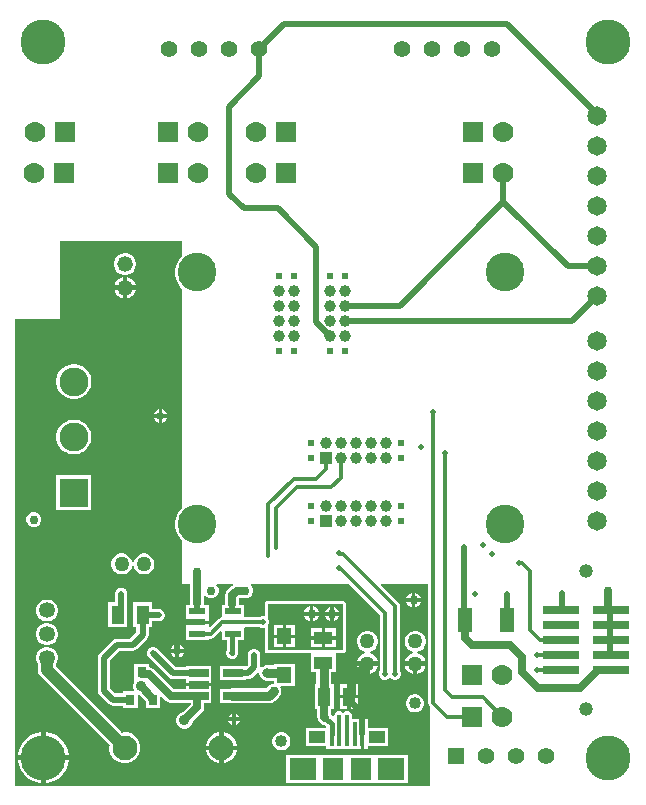
<source format=gtl>
G04*
G04 #@! TF.GenerationSoftware,Altium Limited,Altium Designer,23.0.1 (38)*
G04*
G04 Layer_Physical_Order=1*
G04 Layer_Color=255*
%FSLAX25Y25*%
%MOIN*%
G70*
G04*
G04 #@! TF.SameCoordinates,E0BBA437-4333-49BD-AE1E-3590298AE75E*
G04*
G04*
G04 #@! TF.FilePolarity,Positive*
G04*
G01*
G75*
%ADD13C,0.01000*%
%ADD14C,0.02000*%
%ADD19R,0.02756X0.03543*%
%ADD20R,0.12004X0.02913*%
%ADD21R,0.04800X0.05400*%
%ADD22R,0.05559X0.01968*%
%ADD23R,0.06506X0.02756*%
%ADD24R,0.04331X0.06299*%
%ADD25R,0.04724X0.07874*%
%ADD26R,0.06299X0.04331*%
%ADD27R,0.09055X0.07480*%
%ADD28R,0.07087X0.07480*%
%ADD29R,0.01575X0.07874*%
%ADD46C,0.05000*%
%ADD53C,0.05200*%
%ADD54C,0.05300*%
%ADD55R,0.05500X0.05500*%
%ADD56C,0.05500*%
%ADD61C,0.02500*%
%ADD62C,0.01200*%
%ADD63C,0.03000*%
%ADD64C,0.01500*%
%ADD65C,0.04000*%
%ADD66C,0.04685*%
%ADD67C,0.12874*%
%ADD68C,0.02441*%
%ADD69C,0.03937*%
%ADD70R,0.03937X0.03937*%
%ADD71C,0.06496*%
%ADD72C,0.07000*%
%ADD73R,0.07000X0.07000*%
%ADD74C,0.08268*%
%ADD75C,0.15000*%
%ADD76R,0.09646X0.09646*%
%ADD77C,0.09646*%
%ADD78R,0.04331X0.07087*%
%ADD79R,0.05512X0.03937*%
%ADD80C,0.03500*%
%ADD81C,0.02000*%
%ADD82C,0.03000*%
%ADD83C,0.04000*%
%ADD84C,0.01800*%
%ADD85C,0.01600*%
%ADD86C,0.02500*%
%ADD87C,0.03200*%
G36*
X110800Y46900D02*
X85600D01*
Y54872D01*
X85695Y54967D01*
X86000Y55702D01*
Y56498D01*
X85695Y57233D01*
X85600Y57328D01*
Y62200D01*
X110800D01*
Y46900D01*
D02*
G37*
G36*
X57174Y178191D02*
X56423Y177441D01*
X55609Y176223D01*
X55049Y174869D01*
X54763Y173433D01*
Y171967D01*
X55049Y170531D01*
X55609Y169177D01*
X56423Y167959D01*
X57174Y167209D01*
Y129701D01*
Y119601D01*
Y94291D01*
X56423Y93541D01*
X55609Y92323D01*
X55049Y90969D01*
X54763Y89533D01*
Y88068D01*
X55049Y86631D01*
X55609Y85277D01*
X56423Y84059D01*
X57174Y83309D01*
Y68901D01*
X59706D01*
Y62400D01*
X59763Y62111D01*
X59446Y61724D01*
X58394D01*
Y57756D01*
Y56600D01*
X65953D01*
Y57756D01*
Y61724D01*
X64554D01*
X64237Y62111D01*
X64294Y62400D01*
Y64817D01*
X64341Y64846D01*
X64794Y64970D01*
X65400Y64363D01*
X66319Y63983D01*
X67314D01*
X68233Y64363D01*
X68936Y65067D01*
X69317Y65986D01*
Y66980D01*
X68936Y67899D01*
X68434Y68401D01*
X68641Y68901D01*
X73927D01*
X74079Y68401D01*
X73642Y68109D01*
X72178Y66645D01*
X71681Y65901D01*
X71506Y65023D01*
Y62100D01*
X71198Y61724D01*
X70246D01*
Y57756D01*
X69876Y57607D01*
X69346Y57253D01*
X66453Y54361D01*
X65953Y54568D01*
Y55400D01*
X58394D01*
Y54016D01*
Y50276D01*
X65953D01*
Y50629D01*
X66660D01*
X67284Y50753D01*
X67813Y51106D01*
X69784Y53078D01*
X70246Y52886D01*
Y50276D01*
X72016D01*
Y46719D01*
X71800Y46198D01*
Y45402D01*
X72105Y44667D01*
X72667Y44104D01*
X73402Y43800D01*
X74198D01*
X74933Y44104D01*
X75495Y44667D01*
X75800Y45402D01*
Y46198D01*
X75584Y46719D01*
Y50276D01*
X77806D01*
Y54244D01*
X78212Y54469D01*
X82803D01*
X82867Y54404D01*
X83602Y54100D01*
X84398D01*
X84580Y53978D01*
Y46900D01*
X84658Y46510D01*
X84879Y46179D01*
X85210Y45958D01*
X85600Y45880D01*
X99612D01*
X100050Y45731D01*
X100050Y45380D01*
Y39401D01*
X101784D01*
Y35449D01*
X101301D01*
Y27150D01*
X102172D01*
Y24524D01*
X102347Y23647D01*
X102844Y22902D01*
X103278Y22468D01*
X104022Y21971D01*
X104614Y21853D01*
X105154Y21314D01*
Y20687D01*
X98461D01*
Y14750D01*
X105154D01*
Y13963D01*
X116577D01*
Y18900D01*
Y23837D01*
X114130D01*
X113859Y24242D01*
Y24958D01*
X113585Y25620D01*
X113079Y26126D01*
X112417Y26400D01*
X111701D01*
X111039Y26126D01*
X110780Y25866D01*
X110520Y26126D01*
X109858Y26400D01*
X109142D01*
X108480Y26126D01*
X107974Y25620D01*
X107720Y25006D01*
X107665Y24941D01*
X107200Y24717D01*
X107054Y24795D01*
X107019Y24969D01*
X106760Y25356D01*
Y27150D01*
X107632D01*
Y35449D01*
X106882D01*
Y39401D01*
X108349D01*
Y45380D01*
X108349Y45731D01*
X108788Y45880D01*
X110800D01*
X111190Y45958D01*
X111521Y46179D01*
X111742Y46510D01*
X111820Y46900D01*
Y62200D01*
X111742Y62590D01*
X111521Y62921D01*
X111190Y63142D01*
X110800Y63220D01*
X85600D01*
X85210Y63142D01*
X84879Y62921D01*
X84658Y62590D01*
X84580Y62200D01*
Y58222D01*
X84398Y58100D01*
X83602D01*
X82867Y57796D01*
X82803Y57731D01*
X78295D01*
X77806Y57756D01*
Y61724D01*
X76402D01*
X76094Y62100D01*
Y64073D01*
X76215Y64193D01*
X77453D01*
X77719Y64083D01*
X78714D01*
X79633Y64464D01*
X80336Y65167D01*
X80717Y66086D01*
Y67080D01*
X80336Y67999D01*
X79934Y68401D01*
X80141Y68901D01*
X112692Y68901D01*
X123066Y58527D01*
Y40097D01*
X123002Y40033D01*
X122697Y39298D01*
Y38502D01*
X123002Y37767D01*
X123564Y37205D01*
X124299Y36900D01*
X125095D01*
X125830Y37205D01*
X126072Y37446D01*
X126399Y37761D01*
X126725Y37446D01*
X126967Y37205D01*
X127702Y36900D01*
X128498D01*
X129233Y37205D01*
X129796Y37767D01*
X130100Y38502D01*
Y39298D01*
X129796Y40033D01*
X129731Y40097D01*
Y61400D01*
X129731Y61400D01*
X129607Y62024D01*
X129253Y62554D01*
X123368Y68439D01*
X123559Y68901D01*
X139169D01*
Y29100D01*
X139293Y28476D01*
X139646Y27946D01*
X139674Y27919D01*
Y1529D01*
X1883D01*
X1530Y1883D01*
X1566Y157300D01*
X16300D01*
Y183201D01*
X57174D01*
Y178191D01*
D02*
G37*
%LPC*%
G36*
X100891Y61348D02*
Y59491D01*
X102749D01*
X102411Y60307D01*
X101707Y61010D01*
X100891Y61348D01*
D02*
G37*
G36*
X99691D02*
X98875Y61010D01*
X98172Y60307D01*
X97834Y59491D01*
X99691D01*
Y61348D01*
D02*
G37*
G36*
X107691Y61248D02*
Y59391D01*
X109549D01*
X109211Y60207D01*
X108507Y60910D01*
X107691Y61248D01*
D02*
G37*
G36*
X106491D02*
X105675Y60910D01*
X104972Y60207D01*
X104634Y59391D01*
X106491D01*
Y61248D01*
D02*
G37*
G36*
X102749Y58291D02*
X100891D01*
Y56433D01*
X101707Y56771D01*
X102411Y57474D01*
X102749Y58291D01*
D02*
G37*
G36*
X99691D02*
X97834D01*
X98172Y57474D01*
X98875Y56771D01*
X99691Y56433D01*
Y58291D01*
D02*
G37*
G36*
X109549Y58191D02*
X107691D01*
Y56333D01*
X108507Y56671D01*
X109211Y57375D01*
X109549Y58191D01*
D02*
G37*
G36*
X106491D02*
X104634D01*
X104972Y57375D01*
X105675Y56671D01*
X106491Y56333D01*
Y58191D01*
D02*
G37*
G36*
X94600Y55050D02*
X91800D01*
Y51950D01*
X94600D01*
Y55050D01*
D02*
G37*
G36*
X90600D02*
X87800D01*
Y51950D01*
X90600D01*
Y55050D01*
D02*
G37*
G36*
X108349Y53999D02*
X104800D01*
Y51434D01*
X108349D01*
Y53999D01*
D02*
G37*
G36*
X103600D02*
X100050D01*
Y51434D01*
X103600D01*
Y53999D01*
D02*
G37*
G36*
X108349Y50234D02*
X104800D01*
Y47668D01*
X108349D01*
Y50234D01*
D02*
G37*
G36*
X103600D02*
X100050D01*
Y47668D01*
X103600D01*
Y50234D01*
D02*
G37*
G36*
X94600Y50750D02*
X91800D01*
Y47650D01*
X94600D01*
Y50750D01*
D02*
G37*
G36*
X90600D02*
X87800D01*
Y47650D01*
X90600D01*
Y50750D01*
D02*
G37*
G36*
X38574Y179074D02*
X37626D01*
X36710Y178829D01*
X35890Y178355D01*
X35219Y177684D01*
X34745Y176864D01*
X34500Y175948D01*
Y175000D01*
X34745Y174084D01*
X35219Y173264D01*
X35890Y172593D01*
X36710Y172119D01*
X37626Y171874D01*
X38574D01*
X39490Y172119D01*
X40310Y172593D01*
X40981Y173264D01*
X41455Y174084D01*
X41700Y175000D01*
Y175948D01*
X41455Y176864D01*
X40981Y177684D01*
X40310Y178355D01*
X39490Y178829D01*
X38574Y179074D01*
D02*
G37*
G36*
X38850Y171126D02*
Y168350D01*
X41626D01*
X41455Y168990D01*
X40981Y169810D01*
X40310Y170481D01*
X39490Y170955D01*
X38850Y171126D01*
D02*
G37*
G36*
X37350D02*
X36710Y170955D01*
X35890Y170481D01*
X35219Y169810D01*
X34745Y168990D01*
X34574Y168350D01*
X37350D01*
Y171126D01*
D02*
G37*
G36*
X41626Y166850D02*
X38850D01*
Y164074D01*
X39490Y164245D01*
X40310Y164719D01*
X40981Y165390D01*
X41455Y166210D01*
X41626Y166850D01*
D02*
G37*
G36*
X37350D02*
X34574D01*
X34745Y166210D01*
X35219Y165390D01*
X35890Y164719D01*
X36710Y164245D01*
X37350Y164074D01*
Y166850D01*
D02*
G37*
G36*
X21574Y142127D02*
X20426D01*
X19301Y141903D01*
X18242Y141464D01*
X17288Y140827D01*
X16477Y140016D01*
X15840Y139062D01*
X15401Y138002D01*
X15177Y136877D01*
Y135730D01*
X15401Y134606D01*
X15840Y133546D01*
X16477Y132592D01*
X17288Y131781D01*
X18242Y131144D01*
X19301Y130705D01*
X20426Y130481D01*
X21574D01*
X22698Y130705D01*
X23758Y131144D01*
X24712Y131781D01*
X25523Y132592D01*
X26160Y133546D01*
X26599Y134606D01*
X26823Y135730D01*
Y136877D01*
X26599Y138002D01*
X26160Y139062D01*
X25523Y140016D01*
X24712Y140827D01*
X23758Y141464D01*
X22698Y141903D01*
X21574Y142127D01*
D02*
G37*
G36*
X50500Y126987D02*
Y125400D01*
X52087D01*
X51807Y126075D01*
X51174Y126707D01*
X50500Y126987D01*
D02*
G37*
G36*
X49300D02*
X48625Y126707D01*
X47993Y126075D01*
X47713Y125400D01*
X49300D01*
Y126987D01*
D02*
G37*
G36*
X52087Y124200D02*
X50500D01*
Y122613D01*
X51174Y122892D01*
X51807Y123526D01*
X52087Y124200D01*
D02*
G37*
G36*
X49300D02*
X47713D01*
X47993Y123526D01*
X48625Y122892D01*
X49300Y122613D01*
Y124200D01*
D02*
G37*
G36*
X21574Y123623D02*
X20426D01*
X19301Y123399D01*
X18242Y122960D01*
X17288Y122323D01*
X16477Y121512D01*
X15840Y120558D01*
X15401Y119499D01*
X15177Y118374D01*
Y117227D01*
X15401Y116102D01*
X15840Y115042D01*
X16477Y114088D01*
X17288Y113277D01*
X18242Y112640D01*
X19301Y112201D01*
X20426Y111977D01*
X21574D01*
X22698Y112201D01*
X23758Y112640D01*
X24712Y113277D01*
X25523Y114088D01*
X26160Y115042D01*
X26599Y116102D01*
X26823Y117227D01*
Y118374D01*
X26599Y119499D01*
X26160Y120558D01*
X25523Y121512D01*
X24712Y122323D01*
X23758Y122960D01*
X22698Y123399D01*
X21574Y123623D01*
D02*
G37*
G36*
X26823Y105119D02*
X15177D01*
Y93473D01*
X26823D01*
Y105119D01*
D02*
G37*
G36*
X8197Y92800D02*
X7203D01*
X6284Y92419D01*
X5581Y91716D01*
X5200Y90797D01*
Y89803D01*
X5581Y88884D01*
X6284Y88181D01*
X7203Y87800D01*
X8197D01*
X9116Y88181D01*
X9819Y88884D01*
X10200Y89803D01*
Y90797D01*
X9819Y91716D01*
X9116Y92419D01*
X8197Y92800D01*
D02*
G37*
G36*
X44861Y78982D02*
X43939D01*
X43049Y78743D01*
X42251Y78282D01*
X41599Y77631D01*
X41138Y76833D01*
X40959Y76162D01*
X40441D01*
X40262Y76833D01*
X39801Y77631D01*
X39149Y78282D01*
X38351Y78743D01*
X37461Y78982D01*
X36539D01*
X35649Y78743D01*
X34851Y78282D01*
X34199Y77631D01*
X33738Y76833D01*
X33500Y75943D01*
Y75021D01*
X33738Y74131D01*
X34199Y73333D01*
X34851Y72681D01*
X35649Y72220D01*
X36539Y71982D01*
X37461D01*
X38351Y72220D01*
X39149Y72681D01*
X39801Y73333D01*
X40262Y74131D01*
X40441Y74801D01*
X40959D01*
X41138Y74131D01*
X41599Y73333D01*
X42251Y72681D01*
X43049Y72220D01*
X43939Y71982D01*
X44861D01*
X45751Y72220D01*
X46549Y72681D01*
X47201Y73333D01*
X47662Y74131D01*
X47900Y75021D01*
Y75943D01*
X47662Y76833D01*
X47201Y77631D01*
X46549Y78282D01*
X45751Y78743D01*
X44861Y78982D01*
D02*
G37*
G36*
X134900Y65919D02*
Y64062D01*
X136757D01*
X136419Y64878D01*
X135716Y65581D01*
X134900Y65919D01*
D02*
G37*
G36*
X133700D02*
X132884Y65581D01*
X132181Y64878D01*
X131843Y64062D01*
X133700D01*
Y65919D01*
D02*
G37*
G36*
X136757Y62862D02*
X134900D01*
Y61004D01*
X135716Y61342D01*
X136419Y62046D01*
X136757Y62862D01*
D02*
G37*
G36*
X133700D02*
X131843D01*
X132181Y62046D01*
X132884Y61342D01*
X133700Y61004D01*
Y62862D01*
D02*
G37*
G36*
X47099Y62650D02*
X40769D01*
Y54350D01*
X41895D01*
Y52779D01*
X39755Y50639D01*
X35400D01*
X34620Y50484D01*
X33958Y50042D01*
X29658Y45742D01*
X29216Y45080D01*
X29061Y44300D01*
Y33200D01*
X29216Y32420D01*
X29658Y31758D01*
X32586Y28831D01*
X32753Y28719D01*
X32767Y28705D01*
X32786Y28697D01*
X33247Y28389D01*
X34028Y28233D01*
X37482D01*
Y27501D01*
X42238D01*
Y31654D01*
X42738Y32012D01*
X42937Y31958D01*
X44962Y29933D01*
Y27501D01*
X49718D01*
Y31184D01*
X50180Y31376D01*
X51618Y29938D01*
X52362Y29440D01*
X53240Y29266D01*
X58335D01*
Y29182D01*
X59906D01*
Y28624D01*
X57327Y26044D01*
X56808Y25905D01*
X56181Y25543D01*
X55669Y25031D01*
X55307Y24404D01*
X55119Y23705D01*
Y22980D01*
X55307Y22281D01*
X55669Y21654D01*
X56181Y21142D01*
X56808Y20780D01*
X57507Y20592D01*
X58231D01*
X58931Y20780D01*
X59558Y21142D01*
X60070Y21654D01*
X60432Y22281D01*
X60571Y22800D01*
X63822Y26051D01*
X64319Y26795D01*
X64494Y27673D01*
Y29182D01*
X66841D01*
Y32922D01*
Y34700D01*
X62588D01*
X58335D01*
Y33854D01*
X54190D01*
X47616Y40428D01*
X46872Y40925D01*
X45994Y41100D01*
X45978D01*
Y42099D01*
X41222D01*
Y36556D01*
X41222Y36556D01*
X41132Y36093D01*
X40917Y35721D01*
X40730Y35022D01*
Y34298D01*
X40917Y33599D01*
X40987Y33477D01*
X40737Y33044D01*
X37482D01*
Y32312D01*
X34872D01*
X33139Y34045D01*
Y43455D01*
X36245Y46561D01*
X40600D01*
X41380Y46716D01*
X42042Y47158D01*
X45376Y50492D01*
X45818Y51153D01*
X45973Y51934D01*
Y54350D01*
X47099D01*
Y56461D01*
X48755D01*
X48902Y56400D01*
X49103D01*
X49300Y56361D01*
X49497Y56400D01*
X49698D01*
X49883Y56477D01*
X50080Y56516D01*
X50247Y56628D01*
X50433Y56704D01*
X50575Y56846D01*
X50742Y56958D01*
X50854Y57125D01*
X50995Y57267D01*
X51072Y57453D01*
X51184Y57620D01*
X51223Y57817D01*
X51300Y58002D01*
Y58203D01*
X51339Y58400D01*
X51300Y58597D01*
Y58798D01*
X51223Y58983D01*
X51184Y59180D01*
X51072Y59347D01*
X50995Y59533D01*
X50854Y59675D01*
X50742Y59842D01*
X50642Y59942D01*
X50475Y60053D01*
X50433Y60096D01*
X50378Y60118D01*
X49980Y60384D01*
X49200Y60539D01*
X47099D01*
Y62650D01*
D02*
G37*
G36*
X12481Y63624D02*
X11519D01*
X10591Y63375D01*
X9759Y62895D01*
X9079Y62215D01*
X8599Y61383D01*
X8350Y60454D01*
Y59493D01*
X8599Y58565D01*
X9079Y57733D01*
X9759Y57053D01*
X10591Y56573D01*
X11519Y56324D01*
X12481D01*
X13409Y56573D01*
X14241Y57053D01*
X14921Y57733D01*
X15401Y58565D01*
X15650Y59493D01*
Y60454D01*
X15401Y61383D01*
X14921Y62215D01*
X14241Y62895D01*
X13409Y63375D01*
X12481Y63624D01*
D02*
G37*
G36*
X36800Y67639D02*
X36603Y67600D01*
X36402D01*
X36217Y67523D01*
X36020Y67484D01*
X35853Y67372D01*
X35667Y67295D01*
X35525Y67154D01*
X35358Y67042D01*
X35247Y66875D01*
X35105Y66733D01*
X35028Y66547D01*
X34916Y66380D01*
X34877Y66183D01*
X34800Y65998D01*
Y65797D01*
X34761Y65600D01*
Y62650D01*
X32501D01*
Y54350D01*
X38831D01*
Y59595D01*
X38839Y59634D01*
Y65600D01*
X38800Y65797D01*
Y65998D01*
X38723Y66183D01*
X38684Y66380D01*
X38572Y66547D01*
X38495Y66733D01*
X38353Y66875D01*
X38242Y67042D01*
X38075Y67154D01*
X37933Y67295D01*
X37747Y67372D01*
X37580Y67484D01*
X37383Y67523D01*
X37198Y67600D01*
X36997D01*
X36800Y67639D01*
D02*
G37*
G36*
X12481Y55750D02*
X11519D01*
X10591Y55501D01*
X9759Y55021D01*
X9079Y54341D01*
X8599Y53509D01*
X8350Y52580D01*
Y51619D01*
X8599Y50691D01*
X9079Y49859D01*
X9759Y49179D01*
X10591Y48699D01*
X11519Y48450D01*
X12481D01*
X13409Y48699D01*
X14241Y49179D01*
X14921Y49859D01*
X15401Y50691D01*
X15650Y51619D01*
Y52580D01*
X15401Y53509D01*
X14921Y54341D01*
X14241Y55021D01*
X13409Y55501D01*
X12481Y55750D01*
D02*
G37*
G36*
X56100Y48687D02*
Y47100D01*
X57687D01*
X57407Y47774D01*
X56774Y48408D01*
X56100Y48687D01*
D02*
G37*
G36*
X54900D02*
X54225Y48408D01*
X53592Y47774D01*
X53313Y47100D01*
X54900D01*
Y48687D01*
D02*
G37*
G36*
X57687Y45900D02*
X56100D01*
Y44313D01*
X56774Y44592D01*
X57407Y45226D01*
X57687Y45900D01*
D02*
G37*
G36*
X54900D02*
X53313D01*
X53592Y45226D01*
X54225Y44592D01*
X54900Y44313D01*
Y45900D01*
D02*
G37*
G36*
X135261Y53200D02*
X134339D01*
X133449Y52961D01*
X132651Y52501D01*
X131999Y51849D01*
X131538Y51051D01*
X131300Y50161D01*
Y49239D01*
X131538Y48349D01*
X131999Y47551D01*
X132651Y46899D01*
X133449Y46439D01*
X134120Y46259D01*
Y45741D01*
X133449Y45562D01*
X132651Y45101D01*
X131999Y44449D01*
X131538Y43651D01*
X131377Y43050D01*
X134800D01*
X138223D01*
X138061Y43651D01*
X137601Y44449D01*
X136949Y45101D01*
X136151Y45562D01*
X135480Y45741D01*
Y46259D01*
X136151Y46439D01*
X136949Y46899D01*
X137601Y47551D01*
X138061Y48349D01*
X138300Y49239D01*
Y50161D01*
X138061Y51051D01*
X137601Y51849D01*
X136949Y52501D01*
X136151Y52961D01*
X135261Y53200D01*
D02*
G37*
G36*
X119361D02*
X118439D01*
X117549Y52961D01*
X116751Y52501D01*
X116099Y51849D01*
X115638Y51051D01*
X115400Y50161D01*
Y49239D01*
X115638Y48349D01*
X116099Y47551D01*
X116751Y46899D01*
X117549Y46439D01*
X118220Y46259D01*
Y45741D01*
X117549Y45562D01*
X116751Y45101D01*
X116099Y44449D01*
X115638Y43651D01*
X115478Y43050D01*
X118900D01*
X122322D01*
X122161Y43651D01*
X121701Y44449D01*
X121049Y45101D01*
X120251Y45562D01*
X119580Y45741D01*
Y46259D01*
X120251Y46439D01*
X121049Y46899D01*
X121701Y47551D01*
X122161Y48349D01*
X122400Y49239D01*
Y50161D01*
X122161Y51051D01*
X121701Y51849D01*
X121049Y52501D01*
X120251Y52961D01*
X119361Y53200D01*
D02*
G37*
G36*
X122322Y41550D02*
X119650D01*
Y38877D01*
X120251Y39039D01*
X121049Y39499D01*
X121701Y40151D01*
X122161Y40949D01*
X122322Y41550D01*
D02*
G37*
G36*
X138223D02*
X135550D01*
Y38877D01*
X136151Y39039D01*
X136949Y39499D01*
X137601Y40151D01*
X138061Y40949D01*
X138223Y41550D01*
D02*
G37*
G36*
X134050D02*
X131377D01*
X131538Y40949D01*
X131999Y40151D01*
X132651Y39499D01*
X133449Y39039D01*
X134050Y38877D01*
Y41550D01*
D02*
G37*
G36*
X118150D02*
X115478D01*
X115638Y40949D01*
X116099Y40151D01*
X116751Y39499D01*
X117549Y39039D01*
X118150Y38877D01*
Y41550D01*
D02*
G37*
G36*
X47400Y47839D02*
X47203Y47800D01*
X47002D01*
X46817Y47723D01*
X46620Y47684D01*
X46453Y47572D01*
X46267Y47495D01*
X46125Y47354D01*
X45958Y47242D01*
X45847Y47075D01*
X45704Y46933D01*
X45628Y46747D01*
X45516Y46580D01*
X45477Y46383D01*
X45400Y46198D01*
Y45997D01*
X45361Y45800D01*
X45400Y45603D01*
Y45402D01*
X45477Y45217D01*
X45516Y45020D01*
X45628Y44853D01*
X45704Y44667D01*
X45847Y44525D01*
X45958Y44358D01*
X52718Y37598D01*
X53379Y37156D01*
X54160Y37001D01*
X58335D01*
Y35900D01*
X62588D01*
X66841D01*
Y36662D01*
Y41418D01*
X58335D01*
Y41079D01*
X55005D01*
X48842Y47242D01*
X48675Y47354D01*
X48533Y47495D01*
X48347Y47572D01*
X48180Y47684D01*
X47983Y47723D01*
X47798Y47800D01*
X47597D01*
X47400Y47839D01*
D02*
G37*
G36*
X115899Y35449D02*
X113334D01*
Y31900D01*
X115899D01*
Y35449D01*
D02*
G37*
G36*
X112134D02*
X109569D01*
Y31900D01*
X112134D01*
Y35449D01*
D02*
G37*
G36*
X81100Y47239D02*
X80903Y47200D01*
X80702D01*
X80517Y47123D01*
X80320Y47084D01*
X80153Y46972D01*
X79967Y46896D01*
X79825Y46753D01*
X79658Y46642D01*
X79546Y46475D01*
X79404Y46333D01*
X79328Y46147D01*
X79216Y45980D01*
X79177Y45783D01*
X79100Y45598D01*
Y45397D01*
X79061Y45200D01*
Y41945D01*
X78707Y41590D01*
X78264Y41418D01*
Y41418D01*
X78264Y41418D01*
X69759D01*
Y36662D01*
X78265D01*
Y37001D01*
X79040D01*
X79821Y37156D01*
X80482Y37598D01*
X82400Y39516D01*
X82900Y39315D01*
Y38858D01*
X83077Y38196D01*
X83420Y37604D01*
X83904Y37119D01*
X84496Y36777D01*
X85158Y36600D01*
X85354D01*
X85600Y36551D01*
X87800D01*
Y35713D01*
X87600Y35549D01*
X87354Y35500D01*
X87103D01*
X86871Y35404D01*
X86624Y35355D01*
X86416Y35215D01*
X86184Y35119D01*
X86006Y34942D01*
X85798Y34802D01*
X85104Y34109D01*
X73812D01*
X72952Y33938D01*
X69759D01*
Y29182D01*
X72952D01*
X73812Y29011D01*
X86160D01*
X87135Y29205D01*
X87962Y29757D01*
X89402Y31198D01*
X89542Y31406D01*
X89719Y31584D01*
X89815Y31816D01*
X89955Y32024D01*
X90004Y32271D01*
X90100Y32503D01*
Y32754D01*
X90149Y33000D01*
X90100Y33246D01*
Y33497D01*
X90004Y33729D01*
X89955Y33975D01*
X89815Y34184D01*
X89747Y34350D01*
X89855Y34631D01*
X89993Y34850D01*
X94600D01*
Y42250D01*
X87800D01*
Y41649D01*
X86406D01*
X85842Y41800D01*
X85158D01*
X84496Y41623D01*
X83904Y41280D01*
X83629Y41006D01*
X83438Y41043D01*
X83139Y41223D01*
Y45200D01*
X83100Y45397D01*
Y45598D01*
X83023Y45783D01*
X82984Y45980D01*
X82872Y46147D01*
X82796Y46333D01*
X82653Y46475D01*
X82542Y46642D01*
X82375Y46753D01*
X82233Y46896D01*
X82047Y46972D01*
X81880Y47084D01*
X81683Y47123D01*
X81498Y47200D01*
X81297D01*
X81100Y47239D01*
D02*
G37*
G36*
X115899Y30700D02*
X113334D01*
Y27150D01*
X115899D01*
Y30700D01*
D02*
G37*
G36*
X112134D02*
X109569D01*
Y27150D01*
X112134D01*
Y30700D01*
D02*
G37*
G36*
X135095Y32000D02*
X134305D01*
X133542Y31796D01*
X132858Y31401D01*
X132299Y30842D01*
X131904Y30158D01*
X131700Y29395D01*
Y28605D01*
X131904Y27842D01*
X132299Y27158D01*
X132858Y26599D01*
X133542Y26204D01*
X134305Y26000D01*
X135095D01*
X135858Y26204D01*
X136542Y26599D01*
X137101Y27158D01*
X137496Y27842D01*
X137700Y28605D01*
Y29395D01*
X137496Y30158D01*
X137101Y30842D01*
X136542Y31401D01*
X135858Y31796D01*
X135095Y32000D01*
D02*
G37*
G36*
X75000Y25716D02*
Y24400D01*
X76316D01*
X76095Y24933D01*
X75533Y25495D01*
X75000Y25716D01*
D02*
G37*
G36*
X73800D02*
X73267Y25495D01*
X72704Y24933D01*
X72484Y24400D01*
X73800D01*
Y25716D01*
D02*
G37*
G36*
X76316Y23200D02*
X75000D01*
Y21884D01*
X75533Y22105D01*
X76095Y22667D01*
X76316Y23200D01*
D02*
G37*
G36*
X73800D02*
X72484D01*
X72704Y22667D01*
X73267Y22105D01*
X73800Y21884D01*
Y23200D01*
D02*
G37*
G36*
X70950Y19314D02*
Y14950D01*
X75314D01*
X74984Y16182D01*
X74308Y17352D01*
X73352Y18308D01*
X72182Y18984D01*
X70950Y19314D01*
D02*
G37*
G36*
X69450D02*
X68218Y18984D01*
X67048Y18308D01*
X66092Y17352D01*
X65416Y16182D01*
X65086Y14950D01*
X69450D01*
Y19314D01*
D02*
G37*
G36*
X118965Y23837D02*
X117777D01*
Y18900D01*
Y13963D01*
X118965D01*
Y14750D01*
X125657D01*
Y20687D01*
X118965D01*
Y23837D01*
D02*
G37*
G36*
X90595Y19400D02*
X89805D01*
X89042Y19196D01*
X88358Y18801D01*
X87799Y18242D01*
X87404Y17558D01*
X87200Y16795D01*
Y16005D01*
X87404Y15242D01*
X87799Y14558D01*
X88358Y13999D01*
X89042Y13604D01*
X89805Y13400D01*
X90595D01*
X91358Y13604D01*
X92042Y13999D01*
X92601Y14558D01*
X92996Y15242D01*
X93200Y16005D01*
Y16795D01*
X92996Y17558D01*
X92601Y18242D01*
X92042Y18801D01*
X91358Y19196D01*
X90595Y19400D01*
D02*
G37*
G36*
X121295Y11829D02*
X120795Y11829D01*
X103323D01*
X102988Y11829D01*
X102488Y11829D01*
X91768D01*
Y2349D01*
X102488D01*
X102823Y2349D01*
X103323Y2349D01*
X120795D01*
X121130Y2349D01*
X121630Y2349D01*
X132350D01*
Y11829D01*
X121630D01*
X121295Y11829D01*
D02*
G37*
G36*
X11737Y19400D02*
X11650D01*
Y11650D01*
X19400D01*
Y11737D01*
X19073Y13379D01*
X18433Y14926D01*
X17502Y16318D01*
X16318Y17502D01*
X14926Y18433D01*
X13379Y19073D01*
X11737Y19400D01*
D02*
G37*
G36*
X10150D02*
X10063D01*
X8421Y19073D01*
X6874Y18433D01*
X5482Y17502D01*
X4298Y16318D01*
X3367Y14926D01*
X2727Y13379D01*
X2400Y11737D01*
Y11650D01*
X10150D01*
Y19400D01*
D02*
G37*
G36*
X75314Y13450D02*
X70950D01*
Y9086D01*
X72182Y9416D01*
X73352Y10092D01*
X74308Y11048D01*
X74984Y12218D01*
X75314Y13450D01*
D02*
G37*
G36*
X69450D02*
X65086D01*
X65416Y12218D01*
X66092Y11048D01*
X67048Y10092D01*
X68218Y9416D01*
X69450Y9086D01*
Y13450D01*
D02*
G37*
G36*
X12481Y47876D02*
X11519D01*
X10591Y47627D01*
X9759Y47147D01*
X9079Y46467D01*
X8599Y45635D01*
X8350Y44706D01*
Y43745D01*
X8599Y42817D01*
X9031Y42068D01*
Y40143D01*
X9135Y39359D01*
X9437Y38630D01*
X9918Y38003D01*
X32904Y15017D01*
X32866Y14876D01*
Y13524D01*
X33216Y12218D01*
X33892Y11048D01*
X34848Y10092D01*
X36018Y9416D01*
X37324Y9066D01*
X38676D01*
X39982Y9416D01*
X41152Y10092D01*
X42108Y11048D01*
X42784Y12218D01*
X43134Y13524D01*
Y14876D01*
X42784Y16182D01*
X42108Y17352D01*
X41152Y18308D01*
X39982Y18984D01*
X38676Y19334D01*
X37324D01*
X37183Y19296D01*
X15083Y41396D01*
Y42266D01*
X15401Y42817D01*
X15650Y43745D01*
Y44706D01*
X15401Y45635D01*
X14921Y46467D01*
X14241Y47147D01*
X13409Y47627D01*
X12481Y47876D01*
D02*
G37*
G36*
X19400Y10150D02*
X11650D01*
Y2400D01*
X11737D01*
X13379Y2727D01*
X14926Y3367D01*
X16318Y4298D01*
X17502Y5482D01*
X18433Y6874D01*
X19073Y8421D01*
X19400Y10063D01*
Y10150D01*
D02*
G37*
G36*
X10150D02*
X2400D01*
Y10063D01*
X2727Y8421D01*
X3367Y6874D01*
X4298Y5482D01*
X5482Y4298D01*
X6874Y3367D01*
X8421Y2727D01*
X10063Y2400D01*
X10150D01*
Y10150D01*
D02*
G37*
%LPD*%
D13*
X36900Y75382D02*
X37000Y75482D01*
X36800Y65600D02*
X36900Y65700D01*
X73826Y59740D02*
X73994Y59909D01*
D14*
X89200Y194000D02*
X101900Y181300D01*
Y156200D02*
X106500Y151600D01*
X101900Y156200D02*
Y181300D01*
X94300Y166600D02*
X94671Y166971D01*
X164200Y196200D02*
X185700Y174700D01*
X195300D01*
X129600Y161600D02*
X164200Y196200D01*
X111500Y161600D02*
X129600D01*
X164200Y196200D02*
Y205700D01*
X195300Y224700D02*
Y225600D01*
X165500Y255400D02*
X195300Y225600D01*
X91200Y255400D02*
X165500D01*
X82900Y247100D02*
X91200Y255400D01*
X187200Y156600D02*
X195300Y164700D01*
X72800Y227900D02*
X82900Y238000D01*
Y247100D01*
X72800Y198900D02*
Y227900D01*
Y198900D02*
X77700Y194000D01*
X89200D01*
X111500Y156600D02*
X187200D01*
X151200Y57000D02*
Y81300D01*
X183696Y50102D02*
X183698Y50100D01*
X165500Y56700D02*
Y65400D01*
X183698Y60100D02*
Y65698D01*
X183700Y65700D01*
X199702Y45100D02*
Y60100D01*
X109629Y110429D02*
X110000Y110800D01*
X113899Y29101D02*
Y30134D01*
X117177Y18900D02*
Y25823D01*
X112734Y31300D02*
X113899Y30134D01*
Y29101D02*
X117177Y25823D01*
X40600Y48600D02*
X43934Y51934D01*
X35400Y48600D02*
X40600D01*
X43934Y51934D02*
Y58500D01*
X31100Y44300D02*
X35400Y48600D01*
X54160Y39040D02*
X62788D01*
X47400Y45800D02*
X54160Y39040D01*
X31100Y33200D02*
Y44300D01*
Y33200D02*
X33900Y30400D01*
X62016Y59740D02*
X62374D01*
X62000Y59756D02*
X62016Y59740D01*
X62000Y59756D02*
Y62400D01*
X73800Y59756D02*
Y62100D01*
X73816Y59740D02*
X73826D01*
X73800Y59756D02*
X73816Y59740D01*
X57400Y56000D02*
X62374D01*
X55500Y46500D02*
Y54100D01*
X57400Y56000D01*
X43934Y58500D02*
X49200D01*
X49300Y58400D01*
X36800Y59634D02*
Y65600D01*
X35666Y58500D02*
X36800Y59634D01*
X62738Y35250D02*
X62788Y35300D01*
X33900Y30400D02*
X34028Y30272D01*
X39860D01*
X81100Y41100D02*
Y45200D01*
X79040Y39040D02*
X81100Y41100D01*
X73812Y39040D02*
X79040D01*
X81600Y205700D02*
X82597D01*
X8000Y219400D02*
X8100Y219500D01*
X7900Y205700D02*
X8000Y205800D01*
D19*
X43600Y39328D02*
D03*
X47340Y30272D02*
D03*
X39860D02*
D03*
D20*
X183298Y60100D02*
D03*
X200102D02*
D03*
X183298Y55100D02*
D03*
X200102D02*
D03*
X183298Y50100D02*
D03*
X200102D02*
D03*
X183298Y45100D02*
D03*
X200102D02*
D03*
X183298Y40100D02*
D03*
X200102D02*
D03*
D21*
X91200Y38550D02*
D03*
Y51350D02*
D03*
D22*
X74026Y59740D02*
D03*
Y52260D02*
D03*
X62174D02*
D03*
Y56000D02*
D03*
Y59740D02*
D03*
D23*
X62588Y39040D02*
D03*
Y35300D02*
D03*
Y31560D02*
D03*
X74012Y31560D02*
D03*
Y39040D02*
D03*
D24*
X112734Y31300D02*
D03*
X104466D02*
D03*
X43934Y58500D02*
D03*
X35666D02*
D03*
D25*
X151500Y56700D02*
D03*
X165500D02*
D03*
D26*
X104200Y42566D02*
D03*
Y50834D02*
D03*
D27*
X126823Y7089D02*
D03*
X97295D02*
D03*
D28*
X116587D02*
D03*
X107531D02*
D03*
D29*
X106941Y18900D02*
D03*
X109500D02*
D03*
X112059D02*
D03*
X114618D02*
D03*
X117177D02*
D03*
D46*
X44400Y75482D02*
D03*
X37000D02*
D03*
X134800Y49700D02*
D03*
Y42300D02*
D03*
X118900D02*
D03*
Y49700D02*
D03*
D53*
X38100Y175474D02*
D03*
Y167600D02*
D03*
D54*
X12000Y44226D02*
D03*
Y52100D02*
D03*
Y59974D02*
D03*
D55*
X148300Y11400D02*
D03*
D56*
X82900Y247100D02*
D03*
X72900D02*
D03*
X62900D02*
D03*
X52900D02*
D03*
X158300Y11400D02*
D03*
X168300D02*
D03*
X178300D02*
D03*
X130400Y247100D02*
D03*
X140400D02*
D03*
X150400D02*
D03*
X160400D02*
D03*
D61*
X53240Y31560D02*
X62328D01*
X62588D01*
X62200Y31432D02*
X62328Y31560D01*
X57869Y23342D02*
X62200Y27673D01*
Y31432D01*
X47212Y30400D02*
Y30928D01*
X43480Y34660D02*
X47212Y30928D01*
Y30400D02*
X47340Y30272D01*
X43480Y34660D02*
Y34660D01*
X47340Y29879D02*
Y30272D01*
X43600Y38934D02*
Y39328D01*
X43728Y38806D02*
X45994D01*
X43600Y38934D02*
X43728Y38806D01*
X45994D02*
X53240Y31560D01*
X170400Y39600D02*
Y44400D01*
X153900Y48400D02*
X166400D01*
X170400Y44400D01*
X151200Y57000D02*
X151500Y56700D01*
Y50800D02*
Y56700D01*
Y50800D02*
X153900Y48400D01*
X170400Y39600D02*
X175900Y34100D01*
X189657D01*
X195657Y40100D02*
X199702D01*
X189657Y34100D02*
X195657Y40100D01*
X199206Y60307D02*
Y66514D01*
X199413Y60100D02*
X199702D01*
X199206Y60307D02*
X199413Y60100D01*
X62000Y62400D02*
Y72700D01*
X73800Y65023D02*
X75265Y66487D01*
X73800Y62100D02*
Y65023D01*
X75265Y66487D02*
X78121D01*
X78217Y66583D01*
X104466Y24524D02*
X104900Y24091D01*
X104466Y24524D02*
Y31300D01*
D62*
X169400Y75900D02*
X169553Y75747D01*
X170453D01*
X173100Y73100D01*
X175500Y45100D02*
X183698D01*
X175400Y40100D02*
X183698D01*
X173100Y53500D02*
Y73100D01*
Y53500D02*
X176498Y50102D01*
X183696D01*
X140800Y29100D02*
Y126200D01*
Y29100D02*
X145300Y24600D01*
X144700Y33500D02*
Y112400D01*
Y33500D02*
X147200Y31000D01*
X157400D01*
X163800Y24600D01*
X145300D02*
X153800D01*
X109400Y79000D02*
X109553Y78847D01*
X110653D01*
X128100Y61400D01*
X88300Y94000D02*
X95300Y101000D01*
X106700D02*
X110000Y104300D01*
X95300Y101000D02*
X106700D01*
X88300Y81000D02*
Y94000D01*
X110000Y104300D02*
Y110800D01*
X105000Y107000D02*
Y110800D01*
X101900Y103900D02*
X105000Y107000D01*
X85813Y95413D02*
X94300Y103900D01*
X101900D01*
X85813Y78387D02*
Y95413D01*
X109500Y18900D02*
Y24600D01*
X112059Y18900D02*
Y24600D01*
X128100Y38900D02*
Y61400D01*
X124697Y38900D02*
Y59203D01*
X70500Y56100D02*
X84000D01*
X66660Y52260D02*
X70500Y56100D01*
X62374Y52260D02*
X66660D01*
X109400Y74200D02*
X109600Y74000D01*
X109900D02*
X124697Y59203D01*
D63*
X113399Y36799D02*
X118900Y42300D01*
X112734Y31300D02*
X113399Y31965D01*
Y36799D01*
X73812Y31560D02*
X86160D01*
X87600Y33000D01*
X85500Y39200D02*
X85600Y39100D01*
X91200D01*
X104333Y31433D02*
X104466Y31300D01*
X104333Y31433D02*
Y42433D01*
X104200Y42566D02*
X104333Y42433D01*
D64*
X73800Y45800D02*
Y52234D01*
X73826Y52260D01*
X106941Y18900D02*
Y22050D01*
X104900Y24091D02*
X106941Y22050D01*
X106904Y18937D02*
X106941Y18900D01*
D65*
X12057Y40143D02*
X38000Y14200D01*
X12057Y40143D02*
Y44169D01*
X12000Y44226D02*
X12057Y44169D01*
D66*
X191700Y73200D02*
D03*
Y27000D02*
D03*
D67*
X62200Y172700D02*
D03*
X164900D02*
D03*
X62200Y88800D02*
D03*
X164900D02*
D03*
D68*
X106500Y171600D02*
D03*
X111500D02*
D03*
X106500Y146600D02*
D03*
X111500D02*
D03*
X89300Y171600D02*
D03*
X94300D02*
D03*
X89300Y146600D02*
D03*
X94300D02*
D03*
X100000Y89900D02*
D03*
Y94900D02*
D03*
X130000Y89900D02*
D03*
Y94900D02*
D03*
X100000Y110800D02*
D03*
Y115800D02*
D03*
X130000Y110800D02*
D03*
Y115800D02*
D03*
D69*
X106500Y166600D02*
D03*
X111500D02*
D03*
X106500Y161600D02*
D03*
X111500D02*
D03*
X106500Y156600D02*
D03*
X111500D02*
D03*
X106500Y151600D02*
D03*
X111500D02*
D03*
X89300Y166600D02*
D03*
X94300D02*
D03*
X89300Y161600D02*
D03*
X94300D02*
D03*
X89300Y156600D02*
D03*
X94300D02*
D03*
X89300Y151600D02*
D03*
X94300D02*
D03*
X125000Y94900D02*
D03*
Y89900D02*
D03*
X120000Y94900D02*
D03*
Y89900D02*
D03*
X115000Y94900D02*
D03*
Y89900D02*
D03*
X110000Y94900D02*
D03*
Y89900D02*
D03*
X105000Y94900D02*
D03*
X125000Y115800D02*
D03*
Y110800D02*
D03*
X120000Y115800D02*
D03*
Y110800D02*
D03*
X115000Y115800D02*
D03*
Y110800D02*
D03*
X110000Y115800D02*
D03*
Y110800D02*
D03*
X105000Y115800D02*
D03*
D70*
Y89900D02*
D03*
Y110800D02*
D03*
D71*
X195300Y224700D02*
D03*
Y214700D02*
D03*
Y204700D02*
D03*
Y194700D02*
D03*
Y184700D02*
D03*
Y174700D02*
D03*
Y164700D02*
D03*
Y149800D02*
D03*
Y139800D02*
D03*
Y129800D02*
D03*
Y119800D02*
D03*
Y109800D02*
D03*
Y99800D02*
D03*
Y89800D02*
D03*
D72*
X163800Y24600D02*
D03*
X81600Y219500D02*
D03*
Y205700D02*
D03*
X62500D02*
D03*
X7900D02*
D03*
X164200Y219500D02*
D03*
Y205700D02*
D03*
X163900Y38500D02*
D03*
X8100Y219500D02*
D03*
X62500D02*
D03*
D73*
X153800Y24600D02*
D03*
X91600Y219500D02*
D03*
Y205700D02*
D03*
X52500D02*
D03*
X17900D02*
D03*
X154200Y219500D02*
D03*
Y205700D02*
D03*
X153900Y38500D02*
D03*
X18100Y219500D02*
D03*
X52500D02*
D03*
D74*
X70200Y14200D02*
D03*
X38000D02*
D03*
D75*
X10900Y10900D02*
D03*
X199100Y249500D02*
D03*
Y10900D02*
D03*
X10900Y249500D02*
D03*
D76*
X21000Y99296D02*
D03*
D77*
Y117800D02*
D03*
Y136304D02*
D03*
D78*
X98259Y7089D02*
D03*
X125839D02*
D03*
D79*
X102216Y17719D02*
D03*
X121902D02*
D03*
D80*
X57869Y23342D02*
D03*
X43480Y34660D02*
D03*
D81*
X160300Y78700D02*
D03*
X169400Y75900D02*
D03*
X175500Y45100D02*
D03*
X175400Y40100D02*
D03*
X157400Y81800D02*
D03*
X151200Y81300D02*
D03*
X154800Y65500D02*
D03*
X165500Y65400D02*
D03*
X183700Y65700D02*
D03*
X140800Y126200D02*
D03*
X144700Y112400D02*
D03*
X109400Y79000D02*
D03*
X128100Y38900D02*
D03*
X124697D02*
D03*
X47400Y45800D02*
D03*
X73800D02*
D03*
X84000Y56100D02*
D03*
X49300Y58400D02*
D03*
X36800Y65600D02*
D03*
X33900Y30400D02*
D03*
X81100Y45200D02*
D03*
X136586Y114386D02*
D03*
X109400Y74200D02*
D03*
X74400Y23800D02*
D03*
D82*
X199206Y66514D02*
D03*
X87600Y33000D02*
D03*
X107091Y58791D02*
D03*
X62000Y72700D02*
D03*
X7700Y90300D02*
D03*
X66817Y66483D02*
D03*
X78217Y66583D02*
D03*
X100291Y58891D02*
D03*
X134300Y63462D02*
D03*
D83*
X134700Y29000D02*
D03*
X90200Y16400D02*
D03*
D84*
X88300Y81000D02*
D03*
X85813Y78387D02*
D03*
D85*
X109500Y24600D02*
D03*
X112059D02*
D03*
D86*
X55500Y46500D02*
D03*
X49900Y124800D02*
D03*
D87*
X85500Y39200D02*
D03*
M02*

</source>
